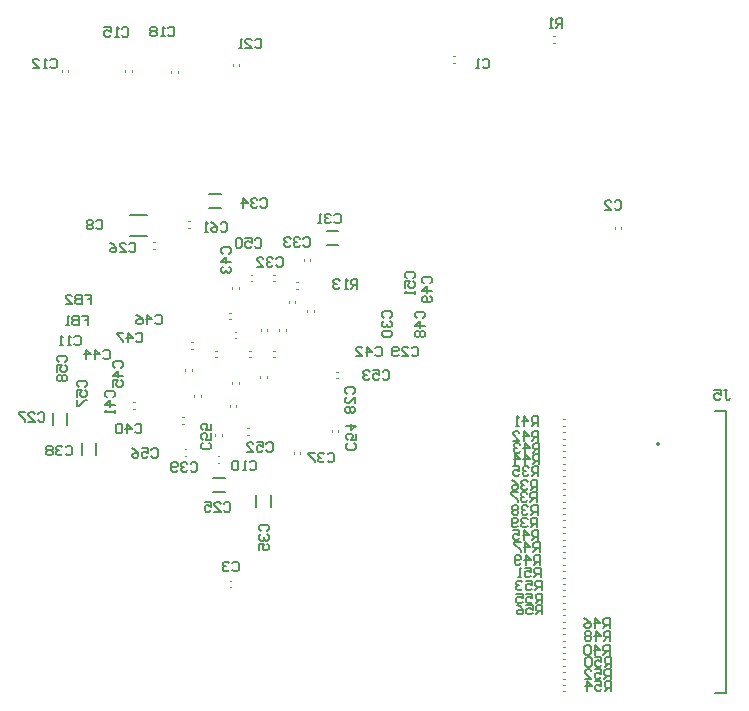
<source format=gbo>
G04*
G04 #@! TF.GenerationSoftware,Altium Limited,Altium Designer,20.1.11 (218)*
G04*
G04 Layer_Color=32896*
%FSLAX25Y25*%
%MOIN*%
G70*
G04*
G04 #@! TF.SameCoordinates,731B5D3F-845C-401C-AC73-029E605C2F8B*
G04*
G04*
G04 #@! TF.FilePolarity,Positive*
G04*
G01*
G75*
%ADD10C,0.00787*%
%ADD11C,0.00600*%
%ADD17C,0.00300*%
%ADD18C,0.00500*%
D10*
X546136Y248039D02*
G03*
X546136Y248039I-394J0D01*
G01*
X369668Y324192D02*
X375573D01*
X369668Y317499D02*
X375573D01*
D11*
X348850Y254256D02*
Y258193D01*
X344126Y254256D02*
Y258193D01*
X353614Y244482D02*
Y248419D01*
X358339Y244482D02*
Y248419D01*
X397425Y236802D02*
X401362D01*
X397425Y232077D02*
X401362D01*
X411864Y227098D02*
Y231035D01*
X416588Y227098D02*
Y231035D01*
X435307Y314354D02*
X439244D01*
X435307Y319078D02*
X439244D01*
X396214Y331453D02*
X400151D01*
X396214Y326728D02*
X400151D01*
X339060Y258083D02*
X339593Y258616D01*
X340659D01*
X341192Y258083D01*
Y255950D01*
X340659Y255417D01*
X339593D01*
X339060Y255950D01*
X335861Y255417D02*
X337993D01*
X335861Y257550D01*
Y258083D01*
X336394Y258616D01*
X337460D01*
X337993Y258083D01*
X334794Y258616D02*
X332662D01*
Y258083D01*
X334794Y255950D01*
Y255417D01*
X348307Y246971D02*
X348840Y247504D01*
X349906D01*
X350439Y246971D01*
Y244839D01*
X349906Y244306D01*
X348840D01*
X348307Y244839D01*
X347240Y246971D02*
X346707Y247504D01*
X345641D01*
X345108Y246971D01*
Y246438D01*
X345641Y245905D01*
X346174D01*
X345641D01*
X345108Y245372D01*
Y244839D01*
X345641Y244306D01*
X346707D01*
X347240Y244839D01*
X344041Y246971D02*
X343508Y247504D01*
X342442D01*
X341909Y246971D01*
Y246438D01*
X342442Y245905D01*
X341909Y245372D01*
Y244839D01*
X342442Y244306D01*
X343508D01*
X344041Y244839D01*
Y245372D01*
X343508Y245905D01*
X344041Y246438D01*
Y246971D01*
X343508Y245905D02*
X342442D01*
X399939Y321417D02*
X400472Y321950D01*
X401538D01*
X402072Y321417D01*
Y319284D01*
X401538Y318751D01*
X400472D01*
X399939Y319284D01*
X396740Y321950D02*
X397806Y321417D01*
X398873Y320350D01*
Y319284D01*
X398339Y318751D01*
X397273D01*
X396740Y319284D01*
Y319817D01*
X397273Y320350D01*
X398873D01*
X395674Y318751D02*
X394607D01*
X395141D01*
Y321950D01*
X395674Y321417D01*
X567767Y265999D02*
X568834D01*
X568300D01*
Y263333D01*
X568834Y262800D01*
X569367D01*
X569900Y263333D01*
X564568Y265999D02*
X566701D01*
Y264400D01*
X565635Y264933D01*
X565102D01*
X564568Y264400D01*
Y263333D01*
X565102Y262800D01*
X566168D01*
X566701Y263333D01*
X451510Y279859D02*
X452043Y280392D01*
X453109D01*
X453643Y279859D01*
Y277726D01*
X453109Y277193D01*
X452043D01*
X451510Y277726D01*
X448844Y277193D02*
Y280392D01*
X450444Y278793D01*
X448311D01*
X445112Y277193D02*
X447245D01*
X445112Y279326D01*
Y279859D01*
X445645Y280392D01*
X446711D01*
X447245Y279859D01*
X400695Y311385D02*
X400162Y311918D01*
Y312984D01*
X400695Y313517D01*
X402827D01*
X403361Y312984D01*
Y311918D01*
X402827Y311385D01*
X403361Y308719D02*
X400162D01*
X401761Y310318D01*
Y308186D01*
X400695Y307120D02*
X400162Y306586D01*
Y305520D01*
X400695Y304987D01*
X401228D01*
X401761Y305520D01*
Y306053D01*
Y305520D01*
X402294Y304987D01*
X402827D01*
X403361Y305520D01*
Y306586D01*
X402827Y307120D01*
X360896Y278933D02*
X361429Y279466D01*
X362495D01*
X363028Y278933D01*
Y276801D01*
X362495Y276267D01*
X361429D01*
X360896Y276801D01*
X358230Y276267D02*
Y279466D01*
X359829Y277867D01*
X357697D01*
X355031Y276267D02*
Y279466D01*
X356630Y277867D01*
X354498D01*
X378225Y290594D02*
X378758Y291127D01*
X379824D01*
X380358Y290594D01*
Y288461D01*
X379824Y287928D01*
X378758D01*
X378225Y288461D01*
X375559Y287928D02*
Y291127D01*
X377158Y289528D01*
X375026D01*
X371827Y291127D02*
X372893Y290594D01*
X373959Y289528D01*
Y288461D01*
X373426Y287928D01*
X372360D01*
X371827Y288461D01*
Y288994D01*
X372360Y289528D01*
X373959D01*
X364705Y273484D02*
X364172Y274018D01*
Y275084D01*
X364705Y275617D01*
X366838D01*
X367371Y275084D01*
Y274018D01*
X366838Y273484D01*
X367371Y270819D02*
X364172D01*
X365772Y272418D01*
Y270285D01*
X364172Y267087D02*
Y269219D01*
X365772D01*
X365238Y268153D01*
Y267620D01*
X365772Y267087D01*
X366838D01*
X367371Y267620D01*
Y268686D01*
X366838Y269219D01*
X362056Y263596D02*
X361523Y264129D01*
Y265195D01*
X362056Y265728D01*
X364189D01*
X364722Y265195D01*
Y264129D01*
X364189Y263596D01*
X364722Y260930D02*
X361523D01*
X363123Y262529D01*
Y260397D01*
X364722Y259330D02*
Y258264D01*
Y258797D01*
X361523D01*
X362056Y259330D01*
X453925Y272066D02*
X454458Y272600D01*
X455524D01*
X456057Y272066D01*
Y269934D01*
X455524Y269401D01*
X454458D01*
X453925Y269934D01*
X450726Y272600D02*
X452858D01*
Y271000D01*
X451792Y271533D01*
X451259D01*
X450726Y271000D01*
Y269934D01*
X451259Y269401D01*
X452325D01*
X452858Y269934D01*
X449659Y272066D02*
X449126Y272600D01*
X448060D01*
X447527Y272066D01*
Y271533D01*
X448060Y271000D01*
X448593D01*
X448060D01*
X447527Y270467D01*
Y269934D01*
X448060Y269401D01*
X449126D01*
X449659Y269934D01*
X415169Y248121D02*
X415702Y248654D01*
X416769D01*
X417302Y248121D01*
Y245988D01*
X416769Y245455D01*
X415702D01*
X415169Y245988D01*
X411970Y248654D02*
X414103D01*
Y247054D01*
X413036Y247587D01*
X412503D01*
X411970Y247054D01*
Y245988D01*
X412503Y245455D01*
X413570D01*
X414103Y245988D01*
X408771Y245455D02*
X410904D01*
X408771Y247587D01*
Y248121D01*
X409304Y248654D01*
X410371D01*
X410904Y248121D01*
X371674Y284571D02*
X372207Y285104D01*
X373273D01*
X373806Y284571D01*
Y282438D01*
X373273Y281905D01*
X372207D01*
X371674Y282438D01*
X369008Y281905D02*
Y285104D01*
X370607Y283505D01*
X368475D01*
X367408Y285104D02*
X365276D01*
Y284571D01*
X367408Y282438D01*
Y281905D01*
X465355Y289987D02*
X464822Y290521D01*
Y291587D01*
X465355Y292120D01*
X467487D01*
X468021Y291587D01*
Y290521D01*
X467487Y289987D01*
X468021Y287322D02*
X464822D01*
X466421Y288921D01*
Y286789D01*
X465355Y285722D02*
X464822Y285189D01*
Y284123D01*
X465355Y283590D01*
X465888D01*
X466421Y284123D01*
X466954Y283590D01*
X467487D01*
X468021Y284123D01*
Y285189D01*
X467487Y285722D01*
X466954D01*
X466421Y285189D01*
X465888Y285722D01*
X465355D01*
X466421Y285189D02*
Y284123D01*
X444455Y248265D02*
X444988Y247732D01*
Y246666D01*
X444455Y246132D01*
X442322D01*
X441789Y246666D01*
Y247732D01*
X442322Y248265D01*
X444988Y251464D02*
Y249331D01*
X443389D01*
X443922Y250398D01*
Y250931D01*
X443389Y251464D01*
X442322D01*
X441789Y250931D01*
Y249865D01*
X442322Y249331D01*
X441789Y254130D02*
X444988D01*
X443389Y252530D01*
Y254663D01*
X396054Y248426D02*
X396587Y247892D01*
Y246826D01*
X396054Y246293D01*
X393921D01*
X393388Y246826D01*
Y247892D01*
X393921Y248426D01*
X396587Y251624D02*
Y249492D01*
X394987D01*
X395520Y250558D01*
Y251091D01*
X394987Y251624D01*
X393921D01*
X393388Y251091D01*
Y250025D01*
X393921Y249492D01*
X396587Y254823D02*
Y252691D01*
X394987D01*
X395520Y253757D01*
Y254290D01*
X394987Y254823D01*
X393921D01*
X393388Y254290D01*
Y253224D01*
X393921Y252691D01*
X352697Y267039D02*
X352164Y267572D01*
Y268639D01*
X352697Y269172D01*
X354830D01*
X355363Y268639D01*
Y267572D01*
X354830Y267039D01*
X352164Y263840D02*
Y265973D01*
X353764D01*
X353231Y264906D01*
Y264373D01*
X353764Y263840D01*
X354830D01*
X355363Y264373D01*
Y265440D01*
X354830Y265973D01*
X352164Y262774D02*
Y260641D01*
X352697D01*
X354830Y262774D01*
X355363D01*
X376842Y246009D02*
X377375Y246542D01*
X378441D01*
X378974Y246009D01*
Y243876D01*
X378441Y243343D01*
X377375D01*
X376842Y243876D01*
X373643Y246542D02*
X375775D01*
Y244942D01*
X374709Y245476D01*
X374176D01*
X373643Y244942D01*
Y243876D01*
X374176Y243343D01*
X375242D01*
X375775Y243876D01*
X370444Y246542D02*
X371510Y246009D01*
X372576Y244942D01*
Y243876D01*
X372043Y243343D01*
X370977D01*
X370444Y243876D01*
Y244409D01*
X370977Y244942D01*
X372576D01*
X461952Y303268D02*
X461419Y303801D01*
Y304867D01*
X461952Y305400D01*
X464085D01*
X464618Y304867D01*
Y303801D01*
X464085Y303268D01*
X461419Y300069D02*
Y302202D01*
X463019D01*
X462486Y301135D01*
Y300602D01*
X463019Y300069D01*
X464085D01*
X464618Y300602D01*
Y301668D01*
X464085Y302202D01*
X464618Y299003D02*
Y297936D01*
Y298469D01*
X461419D01*
X461952Y299003D01*
X411318Y316120D02*
X411851Y316653D01*
X412917D01*
X413450Y316120D01*
Y313988D01*
X412917Y313454D01*
X411851D01*
X411318Y313988D01*
X408119Y316653D02*
X410251D01*
Y315054D01*
X409185Y315587D01*
X408652D01*
X408119Y315054D01*
Y313988D01*
X408652Y313454D01*
X409718D01*
X410251Y313988D01*
X407052Y316120D02*
X406519Y316653D01*
X405453D01*
X404920Y316120D01*
Y313988D01*
X405453Y313454D01*
X406519D01*
X407052Y313988D01*
Y316120D01*
X345955Y275365D02*
X345422Y275898D01*
Y276964D01*
X345955Y277497D01*
X348088D01*
X348621Y276964D01*
Y275898D01*
X348088Y275365D01*
X345422Y272166D02*
Y274298D01*
X347021D01*
X346488Y273232D01*
Y272699D01*
X347021Y272166D01*
X348088D01*
X348621Y272699D01*
Y273765D01*
X348088Y274298D01*
X345955Y271099D02*
X345422Y270566D01*
Y269500D01*
X345955Y268967D01*
X346488D01*
X347021Y269500D01*
X347554Y268967D01*
X348088D01*
X348621Y269500D01*
Y270566D01*
X348088Y271099D01*
X347554D01*
X347021Y270566D01*
X346488Y271099D01*
X345955D01*
X347021Y270566D02*
Y269500D01*
X467769Y301622D02*
X467236Y302155D01*
Y303221D01*
X467769Y303754D01*
X469902D01*
X470435Y303221D01*
Y302155D01*
X469902Y301622D01*
X470435Y298956D02*
X467236D01*
X468836Y300555D01*
Y298423D01*
X469902Y297356D02*
X470435Y296823D01*
Y295757D01*
X469902Y295224D01*
X467769D01*
X467236Y295757D01*
Y296823D01*
X467769Y297356D01*
X468303D01*
X468836Y296823D01*
Y295224D01*
X371437Y254237D02*
X371970Y254770D01*
X373036D01*
X373570Y254237D01*
Y252104D01*
X373036Y251571D01*
X371970D01*
X371437Y252104D01*
X368771Y251571D02*
Y254770D01*
X370371Y253170D01*
X368238D01*
X367172Y254237D02*
X366638Y254770D01*
X365572D01*
X365039Y254237D01*
Y252104D01*
X365572Y251571D01*
X366638D01*
X367172Y252104D01*
Y254237D01*
X389975Y241333D02*
X390508Y241866D01*
X391574D01*
X392107Y241333D01*
Y239200D01*
X391574Y238667D01*
X390508D01*
X389975Y239200D01*
X388908Y241333D02*
X388375Y241866D01*
X387309D01*
X386776Y241333D01*
Y240799D01*
X387309Y240266D01*
X387842D01*
X387309D01*
X386776Y239733D01*
Y239200D01*
X387309Y238667D01*
X388375D01*
X388908Y239200D01*
X385710D02*
X385176Y238667D01*
X384110D01*
X383577Y239200D01*
Y241333D01*
X384110Y241866D01*
X385176D01*
X385710Y241333D01*
Y240799D01*
X385176Y240266D01*
X383577D01*
X435632Y244537D02*
X436165Y245070D01*
X437232D01*
X437765Y244537D01*
Y242404D01*
X437232Y241871D01*
X436165D01*
X435632Y242404D01*
X434566Y244537D02*
X434033Y245070D01*
X432966D01*
X432433Y244537D01*
Y244004D01*
X432966Y243471D01*
X433499D01*
X432966D01*
X432433Y242938D01*
Y242404D01*
X432966Y241871D01*
X434033D01*
X434566Y242404D01*
X431367Y245070D02*
X429234D01*
Y244537D01*
X431367Y242404D01*
Y241871D01*
X413444Y219010D02*
X412911Y219544D01*
Y220610D01*
X413444Y221143D01*
X415577D01*
X416110Y220610D01*
Y219544D01*
X415577Y219010D01*
X413444Y217944D02*
X412911Y217411D01*
Y216345D01*
X413444Y215811D01*
X413978D01*
X414511Y216345D01*
Y216878D01*
Y216345D01*
X415044Y215811D01*
X415577D01*
X416110Y216345D01*
Y217411D01*
X415577Y217944D01*
X412911Y212613D02*
Y214745D01*
X414511D01*
X413978Y213679D01*
Y213146D01*
X414511Y212613D01*
X415577D01*
X416110Y213146D01*
Y214212D01*
X415577Y214745D01*
X413246Y329494D02*
X413780Y330028D01*
X414846D01*
X415379Y329494D01*
Y327362D01*
X414846Y326829D01*
X413780D01*
X413246Y327362D01*
X412180Y329494D02*
X411647Y330028D01*
X410581D01*
X410047Y329494D01*
Y328961D01*
X410581Y328428D01*
X411114D01*
X410581D01*
X410047Y327895D01*
Y327362D01*
X410581Y326829D01*
X411647D01*
X412180Y327362D01*
X407382Y326829D02*
Y330028D01*
X408981Y328428D01*
X406848D01*
X427549Y316512D02*
X428082Y317046D01*
X429148D01*
X429682Y316512D01*
Y314380D01*
X429148Y313847D01*
X428082D01*
X427549Y314380D01*
X426483Y316512D02*
X425949Y317046D01*
X424883D01*
X424350Y316512D01*
Y315979D01*
X424883Y315446D01*
X425416D01*
X424883D01*
X424350Y314913D01*
Y314380D01*
X424883Y313847D01*
X425949D01*
X426483Y314380D01*
X423284Y316512D02*
X422751Y317046D01*
X421684D01*
X421151Y316512D01*
Y315979D01*
X421684Y315446D01*
X422217D01*
X421684D01*
X421151Y314913D01*
Y314380D01*
X421684Y313847D01*
X422751D01*
X423284Y314380D01*
X418485Y309819D02*
X419019Y310352D01*
X420085D01*
X420618Y309819D01*
Y307687D01*
X420085Y307154D01*
X419019D01*
X418485Y307687D01*
X417419Y309819D02*
X416886Y310352D01*
X415820D01*
X415286Y309819D01*
Y309286D01*
X415820Y308753D01*
X416353D01*
X415820D01*
X415286Y308220D01*
Y307687D01*
X415820Y307154D01*
X416886D01*
X417419Y307687D01*
X412087Y307154D02*
X414220D01*
X412087Y309286D01*
Y309819D01*
X412620Y310352D01*
X413687D01*
X414220Y309819D01*
X437798Y324252D02*
X438331Y324785D01*
X439397D01*
X439931Y324252D01*
Y322119D01*
X439397Y321586D01*
X438331D01*
X437798Y322119D01*
X436732Y324252D02*
X436199Y324785D01*
X435132D01*
X434599Y324252D01*
Y323718D01*
X435132Y323185D01*
X435665D01*
X435132D01*
X434599Y322652D01*
Y322119D01*
X435132Y321586D01*
X436199D01*
X436732Y322119D01*
X433533Y321586D02*
X432466D01*
X433000D01*
Y324785D01*
X433533Y324252D01*
X454270Y290097D02*
X453736Y290630D01*
Y291697D01*
X454270Y292230D01*
X456402D01*
X456935Y291697D01*
Y290630D01*
X456402Y290097D01*
X454270Y289031D02*
X453736Y288498D01*
Y287431D01*
X454270Y286898D01*
X454803D01*
X455336Y287431D01*
Y287965D01*
Y287431D01*
X455869Y286898D01*
X456402D01*
X456935Y287431D01*
Y288498D01*
X456402Y289031D01*
X454270Y285832D02*
X453736Y285299D01*
Y284232D01*
X454270Y283699D01*
X456402D01*
X456935Y284232D01*
Y285299D01*
X456402Y285832D01*
X454270D01*
X463583Y279969D02*
X464116Y280502D01*
X465183D01*
X465716Y279969D01*
Y277836D01*
X465183Y277303D01*
X464116D01*
X463583Y277836D01*
X460384Y277303D02*
X462517D01*
X460384Y279436D01*
Y279969D01*
X460917Y280502D01*
X461984D01*
X462517Y279969D01*
X459318Y277836D02*
X458785Y277303D01*
X457718D01*
X457185Y277836D01*
Y279969D01*
X457718Y280502D01*
X458785D01*
X459318Y279969D01*
Y279436D01*
X458785Y278903D01*
X457185D01*
X442087Y264744D02*
X441553Y265277D01*
Y266343D01*
X442087Y266876D01*
X444219D01*
X444752Y266343D01*
Y265277D01*
X444219Y264744D01*
X444752Y261545D02*
Y263677D01*
X442620Y261545D01*
X442087D01*
X441553Y262078D01*
Y263144D01*
X442087Y263677D01*
Y260478D02*
X441553Y259945D01*
Y258879D01*
X442087Y258346D01*
X442620D01*
X443153Y258879D01*
X443686Y258346D01*
X444219D01*
X444752Y258879D01*
Y259945D01*
X444219Y260478D01*
X443686D01*
X443153Y259945D01*
X442620Y260478D01*
X442087D01*
X443153Y259945D02*
Y258879D01*
X369447Y314578D02*
X369980Y315111D01*
X371046D01*
X371580Y314578D01*
Y312446D01*
X371046Y311912D01*
X369980D01*
X369447Y312446D01*
X366248Y311912D02*
X368380D01*
X366248Y314045D01*
Y314578D01*
X366781Y315111D01*
X367847D01*
X368380Y314578D01*
X363049Y315111D02*
X364115Y314578D01*
X365181Y313512D01*
Y312446D01*
X364648Y311912D01*
X363582D01*
X363049Y312446D01*
Y312979D01*
X363582Y313512D01*
X365181D01*
X401015Y228175D02*
X401548Y228708D01*
X402614D01*
X403148Y228175D01*
Y226042D01*
X402614Y225509D01*
X401548D01*
X401015Y226042D01*
X397816Y225509D02*
X399949D01*
X397816Y227642D01*
Y228175D01*
X398349Y228708D01*
X399415D01*
X399949Y228175D01*
X394617Y228708D02*
X396750D01*
Y227109D01*
X395683Y227642D01*
X395150D01*
X394617Y227109D01*
Y226042D01*
X395150Y225509D01*
X396217D01*
X396750Y226042D01*
X507210Y191230D02*
Y194429D01*
X505610D01*
X505077Y193895D01*
Y192829D01*
X505610Y192296D01*
X507210D01*
X506143D02*
X505077Y191230D01*
X501878Y194429D02*
X504011D01*
Y192829D01*
X502944Y193362D01*
X502411D01*
X501878Y192829D01*
Y191763D01*
X502411Y191230D01*
X503477D01*
X504011Y191763D01*
X498679Y194429D02*
X499745Y193895D01*
X500812Y192829D01*
Y191763D01*
X500279Y191230D01*
X499212D01*
X498679Y191763D01*
Y192296D01*
X499212Y192829D01*
X500812D01*
X507065Y194977D02*
Y198176D01*
X505466D01*
X504933Y197643D01*
Y196576D01*
X505466Y196043D01*
X507065D01*
X505999D02*
X504933Y194977D01*
X501734Y198176D02*
X503866D01*
Y196576D01*
X502800Y197109D01*
X502267D01*
X501734Y196576D01*
Y195510D01*
X502267Y194977D01*
X503333D01*
X503866Y195510D01*
X498535Y198176D02*
X500667D01*
Y196576D01*
X499601Y197109D01*
X499068D01*
X498535Y196576D01*
Y195510D01*
X499068Y194977D01*
X500134D01*
X500667Y195510D01*
X530063Y165675D02*
Y168874D01*
X528464D01*
X527931Y168341D01*
Y167274D01*
X528464Y166741D01*
X530063D01*
X528997D02*
X527931Y165675D01*
X524732Y168874D02*
X526864D01*
Y167274D01*
X525798Y167808D01*
X525265D01*
X524732Y167274D01*
Y166208D01*
X525265Y165675D01*
X526331D01*
X526864Y166208D01*
X522066Y165675D02*
Y168874D01*
X523666Y167274D01*
X521533D01*
X506921Y199300D02*
Y202499D01*
X505322D01*
X504789Y201966D01*
Y200900D01*
X505322Y200367D01*
X506921D01*
X505855D02*
X504789Y199300D01*
X501590Y202499D02*
X503722D01*
Y200900D01*
X502656Y201433D01*
X502123D01*
X501590Y200900D01*
Y199833D01*
X502123Y199300D01*
X503189D01*
X503722Y199833D01*
X500523Y201966D02*
X499990Y202499D01*
X498924D01*
X498391Y201966D01*
Y201433D01*
X498924Y200900D01*
X499457D01*
X498924D01*
X498391Y200367D01*
Y199833D01*
X498924Y199300D01*
X499990D01*
X500523Y199833D01*
X529919Y169710D02*
Y172909D01*
X528320D01*
X527787Y172376D01*
Y171310D01*
X528320Y170777D01*
X529919D01*
X528853D02*
X527787Y169710D01*
X524588Y172909D02*
X526720D01*
Y171310D01*
X525654Y171843D01*
X525121D01*
X524588Y171310D01*
Y170243D01*
X525121Y169710D01*
X526187D01*
X526720Y170243D01*
X521389Y169710D02*
X523522D01*
X521389Y171843D01*
Y172376D01*
X521922Y172909D01*
X522988D01*
X523522Y172376D01*
X506633Y203624D02*
Y206823D01*
X505034D01*
X504500Y206290D01*
Y205223D01*
X505034Y204690D01*
X506633D01*
X505567D02*
X504500Y203624D01*
X501301Y206823D02*
X503434D01*
Y205223D01*
X502368Y205756D01*
X501835D01*
X501301Y205223D01*
Y204157D01*
X501835Y203624D01*
X502901D01*
X503434Y204157D01*
X500235Y203624D02*
X499169D01*
X499702D01*
Y206823D01*
X500235Y206290D01*
X530063Y173746D02*
Y176945D01*
X528464D01*
X527931Y176411D01*
Y175345D01*
X528464Y174812D01*
X530063D01*
X528997D02*
X527931Y173746D01*
X524732Y176945D02*
X526864D01*
Y175345D01*
X525798Y175878D01*
X525265D01*
X524732Y175345D01*
Y174279D01*
X525265Y173746D01*
X526331D01*
X526864Y174279D01*
X523666Y176411D02*
X523132Y176945D01*
X522066D01*
X521533Y176411D01*
Y174279D01*
X522066Y173746D01*
X523132D01*
X523666Y174279D01*
Y176411D01*
X506489Y207659D02*
Y210858D01*
X504889D01*
X504356Y210325D01*
Y209259D01*
X504889Y208726D01*
X506489D01*
X505423D02*
X504356Y207659D01*
X501690D02*
Y210858D01*
X503290Y209259D01*
X501157D01*
X500091Y208192D02*
X499558Y207659D01*
X498492D01*
X497958Y208192D01*
Y210325D01*
X498492Y210858D01*
X499558D01*
X500091Y210325D01*
Y209792D01*
X499558Y209259D01*
X497958D01*
X529864Y182470D02*
Y185669D01*
X528265D01*
X527731Y185136D01*
Y184070D01*
X528265Y183537D01*
X529864D01*
X528798D02*
X527731Y182470D01*
X525066D02*
Y185669D01*
X526665Y184070D01*
X524533D01*
X523466Y185136D02*
X522933Y185669D01*
X521867D01*
X521334Y185136D01*
Y184603D01*
X521867Y184070D01*
X521334Y183537D01*
Y183004D01*
X521867Y182470D01*
X522933D01*
X523466Y183004D01*
Y183537D01*
X522933Y184070D01*
X523466Y184603D01*
Y185136D01*
X522933Y184070D02*
X521867D01*
X506345Y212127D02*
Y215326D01*
X504745D01*
X504212Y214793D01*
Y213726D01*
X504745Y213193D01*
X506345D01*
X505279D02*
X504212Y212127D01*
X501546D02*
Y215326D01*
X503146Y213726D01*
X501013D01*
X499947Y215326D02*
X497814D01*
Y214793D01*
X499947Y212660D01*
Y212127D01*
X529684Y186697D02*
Y189896D01*
X528085D01*
X527552Y189363D01*
Y188297D01*
X528085Y187764D01*
X529684D01*
X528618D02*
X527552Y186697D01*
X524886D02*
Y189896D01*
X526485Y188297D01*
X524353D01*
X521154Y189896D02*
X522220Y189363D01*
X523286Y188297D01*
Y187231D01*
X522753Y186697D01*
X521687D01*
X521154Y187231D01*
Y187764D01*
X521687Y188297D01*
X523286D01*
X505912Y216018D02*
Y219217D01*
X504313D01*
X503780Y218684D01*
Y217618D01*
X504313Y217084D01*
X505912D01*
X504846D02*
X503780Y216018D01*
X501114D02*
Y219217D01*
X502714Y217618D01*
X500581D01*
X497382Y219217D02*
X499515D01*
Y217618D01*
X498448Y218151D01*
X497915D01*
X497382Y217618D01*
Y216551D01*
X497915Y216018D01*
X498981D01*
X499515Y216551D01*
X506201Y241383D02*
Y244582D01*
X504601D01*
X504068Y244049D01*
Y242983D01*
X504601Y242449D01*
X506201D01*
X505134D02*
X504068Y241383D01*
X501402D02*
Y244582D01*
X503002Y242983D01*
X500869D01*
X498203Y241383D02*
Y244582D01*
X499803Y242983D01*
X497670D01*
X506201Y245130D02*
Y248329D01*
X504601D01*
X504068Y247796D01*
Y246730D01*
X504601Y246197D01*
X506201D01*
X505134D02*
X504068Y245130D01*
X501402D02*
Y248329D01*
X503002Y246730D01*
X500869D01*
X499803Y247796D02*
X499270Y248329D01*
X498203D01*
X497670Y247796D01*
Y247263D01*
X498203Y246730D01*
X498736D01*
X498203D01*
X497670Y246197D01*
Y245663D01*
X498203Y245130D01*
X499270D01*
X499803Y245663D01*
X505912Y249166D02*
Y252364D01*
X504313D01*
X503780Y251831D01*
Y250765D01*
X504313Y250232D01*
X505912D01*
X504846D02*
X503780Y249166D01*
X501114D02*
Y252364D01*
X502714Y250765D01*
X500581D01*
X497382Y249166D02*
X499515D01*
X497382Y251298D01*
Y251831D01*
X497915Y252364D01*
X498981D01*
X499515Y251831D01*
X505768Y254066D02*
Y257265D01*
X504169D01*
X503636Y256731D01*
Y255665D01*
X504169Y255132D01*
X505768D01*
X504702D02*
X503636Y254066D01*
X500970D02*
Y257265D01*
X502569Y255665D01*
X500437D01*
X499370Y254066D02*
X498304D01*
X498837D01*
Y257265D01*
X499370Y256731D01*
X529684Y177794D02*
Y180993D01*
X528085D01*
X527552Y180460D01*
Y179393D01*
X528085Y178860D01*
X529684D01*
X528618D02*
X527552Y177794D01*
X524886D02*
Y180993D01*
X526485Y179393D01*
X524353D01*
X523286Y180460D02*
X522753Y180993D01*
X521687D01*
X521154Y180460D01*
Y178327D01*
X521687Y177794D01*
X522753D01*
X523286Y178327D01*
Y180460D01*
X505480Y220198D02*
Y223396D01*
X503881D01*
X503347Y222863D01*
Y221797D01*
X503881Y221264D01*
X505480D01*
X504414D02*
X503347Y220198D01*
X502281Y222863D02*
X501748Y223396D01*
X500682D01*
X500148Y222863D01*
Y222330D01*
X500682Y221797D01*
X501215D01*
X500682D01*
X500148Y221264D01*
Y220731D01*
X500682Y220198D01*
X501748D01*
X502281Y220731D01*
X499082D02*
X498549Y220198D01*
X497483D01*
X496950Y220731D01*
Y222863D01*
X497483Y223396D01*
X498549D01*
X499082Y222863D01*
Y222330D01*
X498549Y221797D01*
X496950D01*
X505624Y224377D02*
Y227576D01*
X504025D01*
X503492Y227043D01*
Y225976D01*
X504025Y225443D01*
X505624D01*
X504558D02*
X503492Y224377D01*
X502425Y227043D02*
X501892Y227576D01*
X500826D01*
X500293Y227043D01*
Y226510D01*
X500826Y225976D01*
X501359D01*
X500826D01*
X500293Y225443D01*
Y224910D01*
X500826Y224377D01*
X501892D01*
X502425Y224910D01*
X499226Y227043D02*
X498693Y227576D01*
X497627D01*
X497094Y227043D01*
Y226510D01*
X497627Y225976D01*
X497094Y225443D01*
Y224910D01*
X497627Y224377D01*
X498693D01*
X499226Y224910D01*
Y225443D01*
X498693Y225976D01*
X499226Y226510D01*
Y227043D01*
X498693Y225976D02*
X497627D01*
X505336Y228845D02*
Y232044D01*
X503737D01*
X503203Y231510D01*
Y230444D01*
X503737Y229911D01*
X505336D01*
X504270D02*
X503203Y228845D01*
X502137Y231510D02*
X501604Y232044D01*
X500538D01*
X500004Y231510D01*
Y230977D01*
X500538Y230444D01*
X501071D01*
X500538D01*
X500004Y229911D01*
Y229378D01*
X500538Y228845D01*
X501604D01*
X502137Y229378D01*
X498938Y232044D02*
X496805D01*
Y231510D01*
X498938Y229378D01*
Y228845D01*
X505480Y232736D02*
Y235935D01*
X503881D01*
X503347Y235402D01*
Y234335D01*
X503881Y233802D01*
X505480D01*
X504414D02*
X503347Y232736D01*
X502281Y235402D02*
X501748Y235935D01*
X500682D01*
X500148Y235402D01*
Y234869D01*
X500682Y234335D01*
X501215D01*
X500682D01*
X500148Y233802D01*
Y233269D01*
X500682Y232736D01*
X501748D01*
X502281Y233269D01*
X496950Y235935D02*
X498016Y235402D01*
X499082Y234335D01*
Y233269D01*
X498549Y232736D01*
X497483D01*
X496950Y233269D01*
Y233802D01*
X497483Y234335D01*
X499082D01*
X505912Y237348D02*
Y240547D01*
X504313D01*
X503780Y240014D01*
Y238947D01*
X504313Y238414D01*
X505912D01*
X504846D02*
X503780Y237348D01*
X502714Y240014D02*
X502180Y240547D01*
X501114D01*
X500581Y240014D01*
Y239480D01*
X501114Y238947D01*
X501647D01*
X501114D01*
X500581Y238414D01*
Y237881D01*
X501114Y237348D01*
X502180D01*
X502714Y237881D01*
X497382Y240547D02*
X499515D01*
Y238947D01*
X498448Y239480D01*
X497915D01*
X497382Y238947D01*
Y237881D01*
X497915Y237348D01*
X498981D01*
X499515Y237881D01*
X358447Y322222D02*
X358980Y322756D01*
X360046D01*
X360579Y322222D01*
Y320090D01*
X360046Y319557D01*
X358980D01*
X358447Y320090D01*
X357380Y322222D02*
X356847Y322756D01*
X355781D01*
X355248Y322222D01*
Y321689D01*
X355781Y321156D01*
X355248Y320623D01*
Y320090D01*
X355781Y319557D01*
X356847D01*
X357380Y320090D01*
Y320623D01*
X356847Y321156D01*
X357380Y321689D01*
Y322222D01*
X356847Y321156D02*
X355781D01*
X411421Y382542D02*
X411954Y383075D01*
X413021D01*
X413554Y382542D01*
Y380410D01*
X413021Y379876D01*
X411954D01*
X411421Y380410D01*
X408222Y379876D02*
X410355D01*
X408222Y382009D01*
Y382542D01*
X408755Y383075D01*
X409822D01*
X410355Y382542D01*
X407156Y379876D02*
X406089D01*
X406623D01*
Y383075D01*
X407156Y382542D01*
X382345Y386602D02*
X382878Y387136D01*
X383945D01*
X384478Y386602D01*
Y384470D01*
X383945Y383937D01*
X382878D01*
X382345Y384470D01*
X381279Y383937D02*
X380213D01*
X380746D01*
Y387136D01*
X381279Y386602D01*
X378613D02*
X378080Y387136D01*
X377014D01*
X376481Y386602D01*
Y386069D01*
X377014Y385536D01*
X376481Y385003D01*
Y384470D01*
X377014Y383937D01*
X378080D01*
X378613Y384470D01*
Y385003D01*
X378080Y385536D01*
X378613Y386069D01*
Y386602D01*
X378080Y385536D02*
X377014D01*
X367002Y386419D02*
X367535Y386952D01*
X368602D01*
X369135Y386419D01*
Y384286D01*
X368602Y383753D01*
X367535D01*
X367002Y384286D01*
X365936Y383753D02*
X364869D01*
X365403D01*
Y386952D01*
X365936Y386419D01*
X361137Y386952D02*
X363270D01*
Y385352D01*
X362204Y385885D01*
X361670D01*
X361137Y385352D01*
Y384286D01*
X361670Y383753D01*
X362737D01*
X363270Y384286D01*
X343114Y375853D02*
X343648Y376386D01*
X344714D01*
X345247Y375853D01*
Y373720D01*
X344714Y373187D01*
X343648D01*
X343114Y373720D01*
X342048Y373187D02*
X340982D01*
X341515D01*
Y376386D01*
X342048Y375853D01*
X337250Y373187D02*
X339382D01*
X337250Y375320D01*
Y375853D01*
X337783Y376386D01*
X338849D01*
X339382Y375853D01*
X409590Y241895D02*
X410123Y242428D01*
X411190D01*
X411723Y241895D01*
Y239763D01*
X411190Y239229D01*
X410123D01*
X409590Y239763D01*
X408524Y239229D02*
X407458D01*
X407991D01*
Y242428D01*
X408524Y241895D01*
X405858D02*
X405325Y242428D01*
X404259D01*
X403726Y241895D01*
Y239763D01*
X404259Y239229D01*
X405325D01*
X405858Y239763D01*
Y241895D01*
X351144Y283589D02*
X351677Y284122D01*
X352744D01*
X353277Y283589D01*
Y281457D01*
X352744Y280924D01*
X351677D01*
X351144Y281457D01*
X350078Y280924D02*
X349011D01*
X349545D01*
Y284122D01*
X350078Y283589D01*
X347412Y280924D02*
X346346D01*
X346879D01*
Y284122D01*
X347412Y283589D01*
X403867Y208266D02*
X404400Y208799D01*
X405467D01*
X406000Y208266D01*
Y206133D01*
X405467Y205600D01*
X404400D01*
X403867Y206133D01*
X402801Y208266D02*
X402268Y208799D01*
X401201D01*
X400668Y208266D01*
Y207733D01*
X401201Y207200D01*
X401735D01*
X401201D01*
X400668Y206666D01*
Y206133D01*
X401201Y205600D01*
X402268D01*
X402801Y206133D01*
X445521Y299803D02*
Y303002D01*
X443921D01*
X443388Y302469D01*
Y301402D01*
X443921Y300869D01*
X445521D01*
X444454D02*
X443388Y299803D01*
X442322D02*
X441255D01*
X441789D01*
Y303002D01*
X442322Y302469D01*
X439656D02*
X439123Y303002D01*
X438056D01*
X437523Y302469D01*
Y301936D01*
X438056Y301402D01*
X438590D01*
X438056D01*
X437523Y300869D01*
Y300336D01*
X438056Y299803D01*
X439123D01*
X439656Y300336D01*
X513900Y386800D02*
Y389999D01*
X512300D01*
X511767Y389466D01*
Y388400D01*
X512300Y387866D01*
X513900D01*
X512834D02*
X511767Y386800D01*
X510701D02*
X509635D01*
X510168D01*
Y389999D01*
X510701Y389466D01*
X354705Y297819D02*
X356837D01*
Y296220D01*
X355771D01*
X356837D01*
Y294620D01*
X353638Y297819D02*
Y294620D01*
X352039D01*
X351506Y295154D01*
Y295687D01*
X352039Y296220D01*
X353638D01*
X352039D01*
X351506Y296753D01*
Y297286D01*
X352039Y297819D01*
X353638D01*
X348307Y294620D02*
X350439D01*
X348307Y296753D01*
Y297286D01*
X348840Y297819D01*
X349906D01*
X350439Y297286D01*
X353750Y290816D02*
X355882D01*
Y289217D01*
X354816D01*
X355882D01*
Y287617D01*
X352683Y290816D02*
Y287617D01*
X351084D01*
X350551Y288150D01*
Y288684D01*
X351084Y289217D01*
X352683D01*
X351084D01*
X350551Y289750D01*
Y290283D01*
X351084Y290816D01*
X352683D01*
X349484Y287617D02*
X348418D01*
X348951D01*
Y290816D01*
X349484Y290283D01*
X531267Y328666D02*
X531801Y329199D01*
X532867D01*
X533400Y328666D01*
Y326533D01*
X532867Y326000D01*
X531801D01*
X531267Y326533D01*
X528068Y326000D02*
X530201D01*
X528068Y328133D01*
Y328666D01*
X528602Y329199D01*
X529668D01*
X530201Y328666D01*
X487275Y375979D02*
X487808Y376513D01*
X488875D01*
X489408Y375979D01*
Y373847D01*
X488875Y373314D01*
X487808D01*
X487275Y373847D01*
X486209Y373314D02*
X485143D01*
X485676D01*
Y376513D01*
X486209Y375979D01*
D17*
X402700Y289646D02*
X403300D01*
X402700Y291846D02*
X403300D01*
X404634Y283278D02*
X405234D01*
X404634Y285478D02*
X405234D01*
X409341Y276955D02*
X409941D01*
X409341Y279155D02*
X409941D01*
X390071Y282019D02*
X390671D01*
X390071Y279819D02*
X390671D01*
X398201Y276932D02*
X398801D01*
X398201Y279132D02*
X398801D01*
X405993Y268043D02*
Y268643D01*
X403793Y268043D02*
Y268643D01*
X403015Y260510D02*
Y261110D01*
X405215Y260510D02*
Y261110D01*
X388131Y272317D02*
Y272917D01*
X390331Y272317D02*
Y272917D01*
X391199Y263699D02*
Y264299D01*
X393399Y263699D02*
Y264299D01*
X387076Y256920D02*
X387676D01*
X387076Y254720D02*
X387676D01*
X370812Y259810D02*
X371412D01*
X370812Y262010D02*
X371412D01*
X387968Y244110D02*
X388568D01*
X387968Y246310D02*
X388568D01*
X400380Y250584D02*
Y251184D01*
X398180Y250584D02*
Y251184D01*
X398935Y241726D02*
X399535D01*
X398935Y243926D02*
X399535D01*
X426490Y244718D02*
Y245318D01*
X424290Y244718D02*
Y245318D01*
X408700Y251061D02*
X409300D01*
X408700Y253261D02*
X409300D01*
X439157Y251958D02*
Y252558D01*
X436957Y251958D02*
Y252558D01*
X415420Y269968D02*
Y270568D01*
X413220Y269968D02*
Y270568D01*
X438481Y269909D02*
X439081D01*
X438481Y272109D02*
X439081D01*
X417329Y279051D02*
X417929D01*
X417329Y276851D02*
X417929D01*
X415562Y285784D02*
Y286384D01*
X413362Y285784D02*
Y286384D01*
X419472Y285727D02*
Y286327D01*
X421672Y285727D02*
Y286327D01*
X431110Y292049D02*
Y292649D01*
X428910Y292049D02*
Y292649D01*
X422657Y295008D02*
Y295608D01*
X424857Y295008D02*
Y295608D01*
X425125Y302000D02*
X425725D01*
X425125Y299800D02*
X425725D01*
X406007Y299656D02*
Y300256D01*
X403807Y299656D02*
Y300256D01*
X409976Y304426D02*
X410576D01*
X409976Y302226D02*
X410576D01*
X417403Y304499D02*
X418003D01*
X417403Y302299D02*
X418003D01*
X427697Y309178D02*
Y309778D01*
X429897Y309178D02*
Y309778D01*
X377479Y313048D02*
X378079D01*
X377479Y315248D02*
X378079D01*
X389050Y320032D02*
X389650D01*
X389050Y322232D02*
X389650D01*
X403981Y373925D02*
Y374525D01*
X406181Y373925D02*
Y374525D01*
X383486Y371777D02*
Y372377D01*
X385686Y371777D02*
Y372377D01*
X368194Y371952D02*
Y372552D01*
X370394Y371952D02*
Y372552D01*
X347015Y371941D02*
Y372541D01*
X349215Y371941D02*
Y372541D01*
X477528Y377230D02*
X478128D01*
X477528Y375030D02*
X478128D01*
X510883Y381713D02*
X511482D01*
X510883Y383913D02*
X511482D01*
X531351Y319770D02*
Y320370D01*
X533551Y319770D02*
Y320370D01*
X402923Y200288D02*
X403523D01*
X402923Y202488D02*
X403523D01*
X514228Y193050D02*
X514828D01*
X514228Y190850D02*
X514828D01*
X514228Y197262D02*
X514828D01*
X514228Y195062D02*
X514828D01*
X514228Y165576D02*
X514828D01*
X514228Y167776D02*
X514828D01*
X514228Y201475D02*
X514828D01*
X514228Y199275D02*
X514828D01*
X514228Y169788D02*
X514828D01*
X514228Y171988D02*
X514828D01*
X514228Y205687D02*
X514828D01*
X514228Y203487D02*
X514828D01*
X514228Y174001D02*
X514828D01*
X514228Y176200D02*
X514828D01*
X514228Y209899D02*
X514828D01*
X514228Y207699D02*
X514828D01*
X514228Y182425D02*
X514828D01*
X514228Y184625D02*
X514828D01*
X514228Y214112D02*
X514828D01*
X514228Y211912D02*
X514828D01*
X514228Y186638D02*
X514828D01*
X514228Y188838D02*
X514828D01*
X514228Y218324D02*
X514828D01*
X514228Y216124D02*
X514828D01*
X514228Y243598D02*
X514828D01*
X514228Y241398D02*
X514828D01*
X514228Y247811D02*
X514828D01*
X514228Y245611D02*
X514828D01*
X514228Y252023D02*
X514828D01*
X514228Y249823D02*
X514828D01*
X514228Y256236D02*
X514828D01*
X514228Y254035D02*
X514828D01*
X514228Y180413D02*
X514828D01*
X514228Y178213D02*
X514828D01*
X514228Y222537D02*
X514828D01*
X514228Y220337D02*
X514828D01*
X514228Y226749D02*
X514828D01*
X514228Y224549D02*
X514828D01*
X514228Y230961D02*
X514828D01*
X514228Y228761D02*
X514828D01*
X514228Y235174D02*
X514828D01*
X514228Y232974D02*
X514828D01*
X514228Y239386D02*
X514828D01*
X514228Y237186D02*
X514828D01*
D18*
X568380Y164909D02*
Y259122D01*
X564640Y164909D02*
X568380D01*
X564640Y259122D02*
X568380D01*
M02*

</source>
